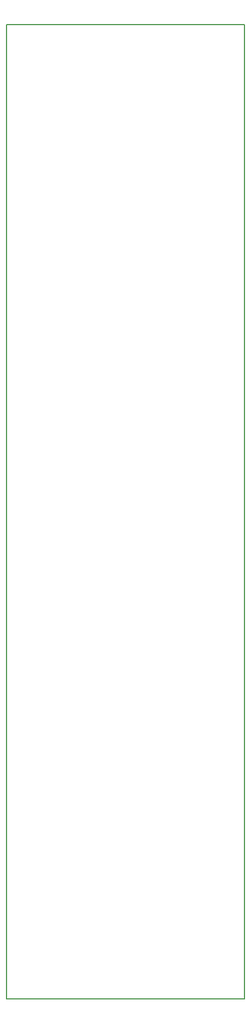
<source format=gm1>
G04 #@! TF.GenerationSoftware,KiCad,Pcbnew,(5.0.0-rc2-35-gda6600525)*
G04 #@! TF.CreationDate,2018-07-07T16:30:24-07:00*
G04 #@! TF.ProjectId,ht1632c-evaluation,687431363332632D6576616C75617469,rev?*
G04 #@! TF.SameCoordinates,Original*
G04 #@! TF.FileFunction,Profile,NP*
%FSLAX46Y46*%
G04 Gerber Fmt 4.6, Leading zero omitted, Abs format (unit mm)*
G04 Created by KiCad (PCBNEW (5.0.0-rc2-35-gda6600525)) date 07/07/18 16:30:24*
%MOMM*%
%LPD*%
G01*
G04 APERTURE LIST*
%ADD10C,0.150000*%
G04 APERTURE END LIST*
D10*
X82500000Y-23500000D02*
X45500000Y-23500000D01*
X82500000Y-174500000D02*
X82500000Y-23500000D01*
X45500000Y-174500000D02*
X82500000Y-174500000D01*
X45500000Y-23500000D02*
X45500000Y-174500000D01*
M02*

</source>
